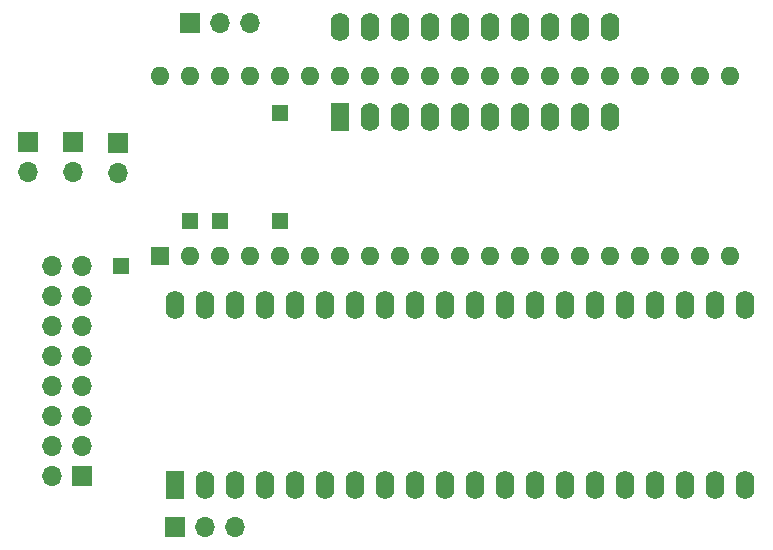
<source format=gbr>
%TF.GenerationSoftware,KiCad,Pcbnew,7.0.9-7.0.9~ubuntu20.04.1*%
%TF.CreationDate,2023-12-26T19:53:29+01:00*%
%TF.ProjectId,6803_Addon,36383033-5f41-4646-946f-6e2e6b696361,rev?*%
%TF.SameCoordinates,Original*%
%TF.FileFunction,Soldermask,Bot*%
%TF.FilePolarity,Negative*%
%FSLAX46Y46*%
G04 Gerber Fmt 4.6, Leading zero omitted, Abs format (unit mm)*
G04 Created by KiCad (PCBNEW 7.0.9-7.0.9~ubuntu20.04.1) date 2023-12-26 19:53:29*
%MOMM*%
%LPD*%
G01*
G04 APERTURE LIST*
%ADD10R,1.600000X1.600000*%
%ADD11O,1.600000X1.600000*%
%ADD12R,1.700000X1.700000*%
%ADD13O,1.700000X1.700000*%
%ADD14R,1.350000X1.350000*%
%ADD15R,1.600000X2.400000*%
%ADD16O,1.600000X2.400000*%
G04 APERTURE END LIST*
D10*
%TO.C,U3*%
X173736000Y-52730400D03*
D11*
X176276000Y-52730400D03*
X178816000Y-52730400D03*
X181356000Y-52730400D03*
X183896000Y-52730400D03*
X186436000Y-52730400D03*
X188976000Y-52730400D03*
X191516000Y-52730400D03*
X194056000Y-52730400D03*
X196596000Y-52730400D03*
X199136000Y-52730400D03*
X201676000Y-52730400D03*
X204216000Y-52730400D03*
X206756000Y-52730400D03*
X209296000Y-52730400D03*
X211836000Y-52730400D03*
X214376000Y-52730400D03*
X216916000Y-52730400D03*
X219456000Y-52730400D03*
X221996000Y-52730400D03*
X221996000Y-37490400D03*
X219456000Y-37490400D03*
X216916000Y-37490400D03*
X214376000Y-37490400D03*
X211836000Y-37490400D03*
X209296000Y-37490400D03*
X206756000Y-37490400D03*
X204216000Y-37490400D03*
X201676000Y-37490400D03*
X199136000Y-37490400D03*
X196596000Y-37490400D03*
X194056000Y-37490400D03*
X191516000Y-37490400D03*
X188976000Y-37490400D03*
X186436000Y-37490400D03*
X183896000Y-37490400D03*
X181356000Y-37490400D03*
X178816000Y-37490400D03*
X176276000Y-37490400D03*
X173736000Y-37490400D03*
%TD*%
D12*
%TO.C,JP6*%
X176276000Y-33020000D03*
D13*
X178816000Y-33020000D03*
X181356000Y-33020000D03*
%TD*%
D12*
%TO.C,JP5*%
X175021000Y-75692000D03*
D13*
X177561000Y-75692000D03*
X180101000Y-75692000D03*
%TD*%
D12*
%TO.C,J1*%
X167132000Y-71374000D03*
D13*
X164592000Y-71374000D03*
X167132000Y-68834000D03*
X164592000Y-68834000D03*
X167132000Y-66294000D03*
X164592000Y-66294000D03*
X167132000Y-63754000D03*
X164592000Y-63754000D03*
X167132000Y-61214000D03*
X164592000Y-61214000D03*
X167132000Y-58674000D03*
X164592000Y-58674000D03*
X167132000Y-56134000D03*
X164592000Y-56134000D03*
X167132000Y-53594000D03*
X164592000Y-53594000D03*
%TD*%
D12*
%TO.C,JP3*%
X170180000Y-43154000D03*
D13*
X170180000Y-45694000D03*
%TD*%
D12*
%TO.C,JP1*%
X162600000Y-43125000D03*
D13*
X162600000Y-45665000D03*
%TD*%
D14*
%TO.C,J4*%
X183896000Y-40640000D03*
%TD*%
D12*
%TO.C,JP2*%
X166400000Y-43139000D03*
D13*
X166400000Y-45679000D03*
%TD*%
D14*
%TO.C,J2*%
X170434000Y-53594000D03*
%TD*%
%TO.C,J5*%
X176276000Y-49784000D03*
%TD*%
%TO.C,J6*%
X183896000Y-49784000D03*
%TD*%
D15*
%TO.C,U1*%
X175006000Y-72136000D03*
D16*
X177546000Y-72136000D03*
X180086000Y-72136000D03*
X182626000Y-72136000D03*
X185166000Y-72136000D03*
X187706000Y-72136000D03*
X190246000Y-72136000D03*
X192786000Y-72136000D03*
X195326000Y-72136000D03*
X197866000Y-72136000D03*
X200406000Y-72136000D03*
X202946000Y-72136000D03*
X205486000Y-72136000D03*
X208026000Y-72136000D03*
X210566000Y-72136000D03*
X213106000Y-72136000D03*
X215646000Y-72136000D03*
X218186000Y-72136000D03*
X220726000Y-72136000D03*
X223266000Y-72136000D03*
X223266000Y-56896000D03*
X220726000Y-56896000D03*
X218186000Y-56896000D03*
X215646000Y-56896000D03*
X213106000Y-56896000D03*
X210566000Y-56896000D03*
X208026000Y-56896000D03*
X205486000Y-56896000D03*
X202946000Y-56896000D03*
X200406000Y-56896000D03*
X197866000Y-56896000D03*
X195326000Y-56896000D03*
X192786000Y-56896000D03*
X190246000Y-56896000D03*
X187706000Y-56896000D03*
X185166000Y-56896000D03*
X182626000Y-56896000D03*
X180086000Y-56896000D03*
X177546000Y-56896000D03*
X175006000Y-56896000D03*
%TD*%
D15*
%TO.C,U2*%
X188976000Y-41000000D03*
D16*
X191516000Y-41000000D03*
X194056000Y-41000000D03*
X196596000Y-41000000D03*
X199136000Y-41000000D03*
X201676000Y-41000000D03*
X204216000Y-41000000D03*
X206756000Y-41000000D03*
X209296000Y-41000000D03*
X211836000Y-41000000D03*
X211836000Y-33380000D03*
X209296000Y-33380000D03*
X206756000Y-33380000D03*
X204216000Y-33380000D03*
X201676000Y-33380000D03*
X199136000Y-33380000D03*
X196596000Y-33380000D03*
X194056000Y-33380000D03*
X191516000Y-33380000D03*
X188976000Y-33380000D03*
%TD*%
D14*
%TO.C,J3*%
X178816000Y-49784000D03*
%TD*%
M02*

</source>
